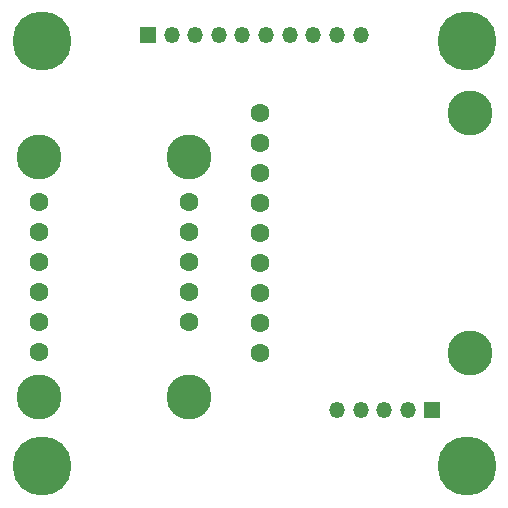
<source format=gbr>
%TF.GenerationSoftware,KiCad,Pcbnew,7.0.10*%
%TF.CreationDate,2024-03-21T17:39:44-04:00*%
%TF.ProjectId,obc-peripherals,6f62632d-7065-4726-9970-686572616c73,rev?*%
%TF.SameCoordinates,Original*%
%TF.FileFunction,Soldermask,Top*%
%TF.FilePolarity,Negative*%
%FSLAX46Y46*%
G04 Gerber Fmt 4.6, Leading zero omitted, Abs format (unit mm)*
G04 Created by KiCad (PCBNEW 7.0.10) date 2024-03-21 17:39:44*
%MOMM*%
%LPD*%
G01*
G04 APERTURE LIST*
%ADD10C,5.000000*%
%ADD11R,1.350000X1.350000*%
%ADD12O,1.350000X1.350000*%
%ADD13C,1.600000*%
%ADD14C,3.810000*%
G04 APERTURE END LIST*
D10*
%TO.C,H4*%
X136000000Y-89000000D03*
%TD*%
D11*
%TO.C,J2*%
X109000000Y-52500000D03*
D12*
X111000000Y-52500000D03*
X113000000Y-52500000D03*
X115000000Y-52500000D03*
X117000000Y-52500000D03*
X119000000Y-52500000D03*
X121000000Y-52500000D03*
X123000000Y-52500000D03*
X125000000Y-52500000D03*
X127000000Y-52500000D03*
%TD*%
D11*
%TO.C,J6*%
X133020000Y-84250000D03*
D12*
X131020000Y-84250000D03*
X129020000Y-84250000D03*
X127020000Y-84250000D03*
X125020000Y-84250000D03*
%TD*%
D10*
%TO.C,H2*%
X100000000Y-53000000D03*
%TD*%
%TO.C,H1*%
X136000000Y-53000000D03*
%TD*%
%TO.C,H3*%
X100040000Y-88950000D03*
%TD*%
D13*
%TO.C,U3*%
X118520000Y-59050000D03*
X118520000Y-61590000D03*
X118520000Y-64130000D03*
X118520000Y-66670000D03*
X118520000Y-69210000D03*
X118520000Y-71750000D03*
X118520000Y-74290000D03*
X118520000Y-76830000D03*
X118520000Y-79370000D03*
D14*
X136300000Y-59050000D03*
X136300000Y-79370000D03*
%TD*%
D13*
%TO.C,U1*%
X99800000Y-66590000D03*
X99800000Y-69130000D03*
X99800000Y-71670000D03*
X99800000Y-74210000D03*
X99800000Y-76750000D03*
X99800000Y-79290000D03*
X112500000Y-66590000D03*
X112500000Y-69130000D03*
X112500000Y-71670000D03*
X112500000Y-74210000D03*
X112500000Y-76750000D03*
D14*
X112500000Y-62780000D03*
X112500000Y-83100000D03*
X99800000Y-83100000D03*
X99800000Y-62780000D03*
%TD*%
M02*

</source>
